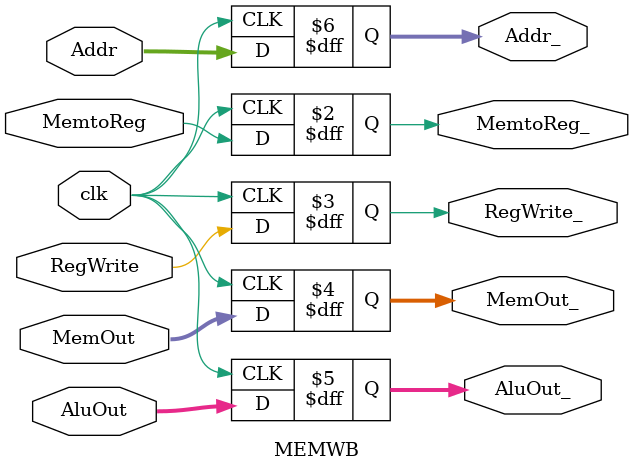
<source format=v>
module MEMWB(clk, MemtoReg, RegWrite, MemOut, AluOut, Addr, MemtoReg_, RegWrite_, MemOut_, AluOut_, Addr_);

input clk, MemtoReg, RegWrite;
input [31:0] MemOut, AluOut;
input [4:0] Addr;
output reg MemtoReg_, RegWrite_;
output reg [31:0] MemOut_, AluOut_;
output reg [4:0] Addr_;

always@(posedge clk) begin
    MemtoReg_ = MemtoReg;
    RegWrite_ = RegWrite;
    MemOut_ = MemOut;
    AluOut_ = AluOut;
    Addr_ = Addr;
end
endmodule

</source>
